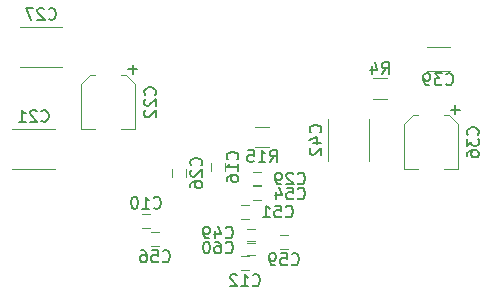
<source format=gbr>
G04 #@! TF.GenerationSoftware,KiCad,Pcbnew,5.0.2-bee76a0~70~ubuntu18.04.1*
G04 #@! TF.CreationDate,2019-01-26T17:59:04+01:00*
G04 #@! TF.ProjectId,adf5355,61646635-3335-4352-9e6b-696361645f70,rev?*
G04 #@! TF.SameCoordinates,Original*
G04 #@! TF.FileFunction,Legend,Bot*
G04 #@! TF.FilePolarity,Positive*
%FSLAX46Y46*%
G04 Gerber Fmt 4.6, Leading zero omitted, Abs format (unit mm)*
G04 Created by KiCad (PCBNEW 5.0.2-bee76a0~70~ubuntu18.04.1) date lör 26 jan 2019 17:59:04*
%MOMM*%
%LPD*%
G01*
G04 APERTURE LIST*
%ADD10C,0.120000*%
%ADD11C,0.150000*%
G04 APERTURE END LIST*
D10*
G04 #@! TO.C,C21*
X96683000Y-96726000D02*
X93083000Y-96726000D01*
X93083000Y-93266000D02*
X96683000Y-93266000D01*
G04 #@! TO.C,C27*
X97304000Y-88090000D02*
X93704000Y-88090000D01*
X93704000Y-84630000D02*
X97304000Y-84630000D01*
G04 #@! TO.C,C36*
X130794000Y-92907900D02*
X130034000Y-92137900D01*
X130794000Y-92907900D02*
X130794000Y-96717900D01*
X126224000Y-92907900D02*
X126984000Y-92137900D01*
X126224000Y-92907900D02*
X126224000Y-96717900D01*
X126984000Y-92137900D02*
X127394000Y-92137900D01*
X130034000Y-92137900D02*
X129624000Y-92137900D01*
X130794000Y-96717900D02*
X129624000Y-96717900D01*
X126224000Y-96717900D02*
X127394000Y-96717900D01*
G04 #@! TO.C,C39*
X128147700Y-86356000D02*
X130147700Y-86356000D01*
X130147700Y-88396000D02*
X128147700Y-88396000D01*
G04 #@! TO.C,C42*
X119809000Y-96034000D02*
X119809000Y-92434000D01*
X123269000Y-92434000D02*
X123269000Y-96034000D01*
G04 #@! TO.C,R4*
X123593300Y-90719800D02*
X124793300Y-90719800D01*
X124793300Y-88959800D02*
X123593300Y-88959800D01*
G04 #@! TO.C,C22*
X103489000Y-89517000D02*
X102729000Y-88747000D01*
X103489000Y-89517000D02*
X103489000Y-93327000D01*
X98919000Y-89517000D02*
X99679000Y-88747000D01*
X98919000Y-89517000D02*
X98919000Y-93327000D01*
X99679000Y-88747000D02*
X100089000Y-88747000D01*
X102729000Y-88747000D02*
X102319000Y-88747000D01*
X103489000Y-93327000D02*
X102319000Y-93327000D01*
X98919000Y-93327000D02*
X100089000Y-93327000D01*
G04 #@! TO.C,R15*
X113634000Y-94860000D02*
X114834000Y-94860000D01*
X114834000Y-93100000D02*
X113634000Y-93100000D01*
G04 #@! TO.C,C10*
X104044000Y-101692000D02*
X104744000Y-101692000D01*
X104744000Y-100492000D02*
X104044000Y-100492000D01*
G04 #@! TO.C,C12*
X113126000Y-104048000D02*
X112426000Y-104048000D01*
X112426000Y-105248000D02*
X113126000Y-105248000D01*
G04 #@! TO.C,C16*
X109890000Y-96170000D02*
X109890000Y-96870000D01*
X111090000Y-96870000D02*
X111090000Y-96170000D01*
G04 #@! TO.C,C49*
X113634000Y-101762000D02*
X112934000Y-101762000D01*
X112934000Y-102962000D02*
X113634000Y-102962000D01*
G04 #@! TO.C,C26*
X107788000Y-97378000D02*
X107788000Y-96678000D01*
X106588000Y-96678000D02*
X106588000Y-97378000D01*
G04 #@! TO.C,C29*
X113442000Y-98136000D02*
X114142000Y-98136000D01*
X114142000Y-96936000D02*
X113442000Y-96936000D01*
G04 #@! TO.C,C51*
X113126000Y-99730000D02*
X112426000Y-99730000D01*
X112426000Y-100930000D02*
X113126000Y-100930000D01*
G04 #@! TO.C,C54*
X113430000Y-99279000D02*
X114130000Y-99279000D01*
X114130000Y-98079000D02*
X113430000Y-98079000D01*
G04 #@! TO.C,C56*
X105506000Y-102016000D02*
X104806000Y-102016000D01*
X104806000Y-103216000D02*
X105506000Y-103216000D01*
G04 #@! TO.C,C59*
X115728000Y-103470000D02*
X116428000Y-103470000D01*
X116428000Y-102270000D02*
X115728000Y-102270000D01*
G04 #@! TO.C,C60*
X113634000Y-102778000D02*
X112934000Y-102778000D01*
X112934000Y-103978000D02*
X113634000Y-103978000D01*
G04 #@! TO.C,C21*
D11*
X95525857Y-92603142D02*
X95573476Y-92650761D01*
X95716333Y-92698380D01*
X95811571Y-92698380D01*
X95954428Y-92650761D01*
X96049666Y-92555523D01*
X96097285Y-92460285D01*
X96144904Y-92269809D01*
X96144904Y-92126952D01*
X96097285Y-91936476D01*
X96049666Y-91841238D01*
X95954428Y-91746000D01*
X95811571Y-91698380D01*
X95716333Y-91698380D01*
X95573476Y-91746000D01*
X95525857Y-91793619D01*
X95144904Y-91793619D02*
X95097285Y-91746000D01*
X95002047Y-91698380D01*
X94763952Y-91698380D01*
X94668714Y-91746000D01*
X94621095Y-91793619D01*
X94573476Y-91888857D01*
X94573476Y-91984095D01*
X94621095Y-92126952D01*
X95192523Y-92698380D01*
X94573476Y-92698380D01*
X93621095Y-92698380D02*
X94192523Y-92698380D01*
X93906809Y-92698380D02*
X93906809Y-91698380D01*
X94002047Y-91841238D01*
X94097285Y-91936476D01*
X94192523Y-91984095D01*
G04 #@! TO.C,C27*
X96146857Y-83967142D02*
X96194476Y-84014761D01*
X96337333Y-84062380D01*
X96432571Y-84062380D01*
X96575428Y-84014761D01*
X96670666Y-83919523D01*
X96718285Y-83824285D01*
X96765904Y-83633809D01*
X96765904Y-83490952D01*
X96718285Y-83300476D01*
X96670666Y-83205238D01*
X96575428Y-83110000D01*
X96432571Y-83062380D01*
X96337333Y-83062380D01*
X96194476Y-83110000D01*
X96146857Y-83157619D01*
X95765904Y-83157619D02*
X95718285Y-83110000D01*
X95623047Y-83062380D01*
X95384952Y-83062380D01*
X95289714Y-83110000D01*
X95242095Y-83157619D01*
X95194476Y-83252857D01*
X95194476Y-83348095D01*
X95242095Y-83490952D01*
X95813523Y-84062380D01*
X95194476Y-84062380D01*
X94861142Y-83062380D02*
X94194476Y-83062380D01*
X94623047Y-84062380D01*
G04 #@! TO.C,C36*
X132461142Y-93785042D02*
X132508761Y-93737423D01*
X132556380Y-93594566D01*
X132556380Y-93499328D01*
X132508761Y-93356471D01*
X132413523Y-93261233D01*
X132318285Y-93213614D01*
X132127809Y-93165995D01*
X131984952Y-93165995D01*
X131794476Y-93213614D01*
X131699238Y-93261233D01*
X131604000Y-93356471D01*
X131556380Y-93499328D01*
X131556380Y-93594566D01*
X131604000Y-93737423D01*
X131651619Y-93785042D01*
X131556380Y-94118376D02*
X131556380Y-94737423D01*
X131937333Y-94404090D01*
X131937333Y-94546947D01*
X131984952Y-94642185D01*
X132032571Y-94689804D01*
X132127809Y-94737423D01*
X132365904Y-94737423D01*
X132461142Y-94689804D01*
X132508761Y-94642185D01*
X132556380Y-94546947D01*
X132556380Y-94261233D01*
X132508761Y-94165995D01*
X132461142Y-94118376D01*
X131556380Y-95594566D02*
X131556380Y-95404090D01*
X131604000Y-95308852D01*
X131651619Y-95261233D01*
X131794476Y-95165995D01*
X131984952Y-95118376D01*
X132365904Y-95118376D01*
X132461142Y-95165995D01*
X132508761Y-95213614D01*
X132556380Y-95308852D01*
X132556380Y-95499328D01*
X132508761Y-95594566D01*
X132461142Y-95642185D01*
X132365904Y-95689804D01*
X132127809Y-95689804D01*
X132032571Y-95642185D01*
X131984952Y-95594566D01*
X131937333Y-95499328D01*
X131937333Y-95308852D01*
X131984952Y-95213614D01*
X132032571Y-95165995D01*
X132127809Y-95118376D01*
X130585428Y-91266947D02*
X130585428Y-92028852D01*
X130966380Y-91647900D02*
X130204476Y-91647900D01*
G04 #@! TO.C,C39*
X129790557Y-89483142D02*
X129838176Y-89530761D01*
X129981033Y-89578380D01*
X130076271Y-89578380D01*
X130219128Y-89530761D01*
X130314366Y-89435523D01*
X130361985Y-89340285D01*
X130409604Y-89149809D01*
X130409604Y-89006952D01*
X130361985Y-88816476D01*
X130314366Y-88721238D01*
X130219128Y-88626000D01*
X130076271Y-88578380D01*
X129981033Y-88578380D01*
X129838176Y-88626000D01*
X129790557Y-88673619D01*
X129457223Y-88578380D02*
X128838176Y-88578380D01*
X129171509Y-88959333D01*
X129028652Y-88959333D01*
X128933414Y-89006952D01*
X128885795Y-89054571D01*
X128838176Y-89149809D01*
X128838176Y-89387904D01*
X128885795Y-89483142D01*
X128933414Y-89530761D01*
X129028652Y-89578380D01*
X129314366Y-89578380D01*
X129409604Y-89530761D01*
X129457223Y-89483142D01*
X128361985Y-89578380D02*
X128171509Y-89578380D01*
X128076271Y-89530761D01*
X128028652Y-89483142D01*
X127933414Y-89340285D01*
X127885795Y-89149809D01*
X127885795Y-88768857D01*
X127933414Y-88673619D01*
X127981033Y-88626000D01*
X128076271Y-88578380D01*
X128266747Y-88578380D01*
X128361985Y-88626000D01*
X128409604Y-88673619D01*
X128457223Y-88768857D01*
X128457223Y-89006952D01*
X128409604Y-89102190D01*
X128361985Y-89149809D01*
X128266747Y-89197428D01*
X128076271Y-89197428D01*
X127981033Y-89149809D01*
X127933414Y-89102190D01*
X127885795Y-89006952D01*
G04 #@! TO.C,C42*
X119146142Y-93591142D02*
X119193761Y-93543523D01*
X119241380Y-93400666D01*
X119241380Y-93305428D01*
X119193761Y-93162571D01*
X119098523Y-93067333D01*
X119003285Y-93019714D01*
X118812809Y-92972095D01*
X118669952Y-92972095D01*
X118479476Y-93019714D01*
X118384238Y-93067333D01*
X118289000Y-93162571D01*
X118241380Y-93305428D01*
X118241380Y-93400666D01*
X118289000Y-93543523D01*
X118336619Y-93591142D01*
X118574714Y-94448285D02*
X119241380Y-94448285D01*
X118193761Y-94210190D02*
X118908047Y-93972095D01*
X118908047Y-94591142D01*
X118336619Y-94924476D02*
X118289000Y-94972095D01*
X118241380Y-95067333D01*
X118241380Y-95305428D01*
X118289000Y-95400666D01*
X118336619Y-95448285D01*
X118431857Y-95495904D01*
X118527095Y-95495904D01*
X118669952Y-95448285D01*
X119241380Y-94876857D01*
X119241380Y-95495904D01*
G04 #@! TO.C,R4*
X124359966Y-88642180D02*
X124693300Y-88165990D01*
X124931395Y-88642180D02*
X124931395Y-87642180D01*
X124550442Y-87642180D01*
X124455204Y-87689800D01*
X124407585Y-87737419D01*
X124359966Y-87832657D01*
X124359966Y-87975514D01*
X124407585Y-88070752D01*
X124455204Y-88118371D01*
X124550442Y-88165990D01*
X124931395Y-88165990D01*
X123502823Y-87975514D02*
X123502823Y-88642180D01*
X123740919Y-87594561D02*
X123979014Y-88308847D01*
X123359966Y-88308847D01*
G04 #@! TO.C,C22*
X105156142Y-90394142D02*
X105203761Y-90346523D01*
X105251380Y-90203666D01*
X105251380Y-90108428D01*
X105203761Y-89965571D01*
X105108523Y-89870333D01*
X105013285Y-89822714D01*
X104822809Y-89775095D01*
X104679952Y-89775095D01*
X104489476Y-89822714D01*
X104394238Y-89870333D01*
X104299000Y-89965571D01*
X104251380Y-90108428D01*
X104251380Y-90203666D01*
X104299000Y-90346523D01*
X104346619Y-90394142D01*
X104346619Y-90775095D02*
X104299000Y-90822714D01*
X104251380Y-90917952D01*
X104251380Y-91156047D01*
X104299000Y-91251285D01*
X104346619Y-91298904D01*
X104441857Y-91346523D01*
X104537095Y-91346523D01*
X104679952Y-91298904D01*
X105251380Y-90727476D01*
X105251380Y-91346523D01*
X104346619Y-91727476D02*
X104299000Y-91775095D01*
X104251380Y-91870333D01*
X104251380Y-92108428D01*
X104299000Y-92203666D01*
X104346619Y-92251285D01*
X104441857Y-92298904D01*
X104537095Y-92298904D01*
X104679952Y-92251285D01*
X105251380Y-91679857D01*
X105251380Y-92298904D01*
X103280428Y-87876047D02*
X103280428Y-88637952D01*
X103661380Y-88257000D02*
X102899476Y-88257000D01*
G04 #@! TO.C,R15*
X114876857Y-96082380D02*
X115210190Y-95606190D01*
X115448285Y-96082380D02*
X115448285Y-95082380D01*
X115067333Y-95082380D01*
X114972095Y-95130000D01*
X114924476Y-95177619D01*
X114876857Y-95272857D01*
X114876857Y-95415714D01*
X114924476Y-95510952D01*
X114972095Y-95558571D01*
X115067333Y-95606190D01*
X115448285Y-95606190D01*
X113924476Y-96082380D02*
X114495904Y-96082380D01*
X114210190Y-96082380D02*
X114210190Y-95082380D01*
X114305428Y-95225238D01*
X114400666Y-95320476D01*
X114495904Y-95368095D01*
X113019714Y-95082380D02*
X113495904Y-95082380D01*
X113543523Y-95558571D01*
X113495904Y-95510952D01*
X113400666Y-95463333D01*
X113162571Y-95463333D01*
X113067333Y-95510952D01*
X113019714Y-95558571D01*
X112972095Y-95653809D01*
X112972095Y-95891904D01*
X113019714Y-95987142D01*
X113067333Y-96034761D01*
X113162571Y-96082380D01*
X113400666Y-96082380D01*
X113495904Y-96034761D01*
X113543523Y-95987142D01*
G04 #@! TO.C,C10*
X105036857Y-99949142D02*
X105084476Y-99996761D01*
X105227333Y-100044380D01*
X105322571Y-100044380D01*
X105465428Y-99996761D01*
X105560666Y-99901523D01*
X105608285Y-99806285D01*
X105655904Y-99615809D01*
X105655904Y-99472952D01*
X105608285Y-99282476D01*
X105560666Y-99187238D01*
X105465428Y-99092000D01*
X105322571Y-99044380D01*
X105227333Y-99044380D01*
X105084476Y-99092000D01*
X105036857Y-99139619D01*
X104084476Y-100044380D02*
X104655904Y-100044380D01*
X104370190Y-100044380D02*
X104370190Y-99044380D01*
X104465428Y-99187238D01*
X104560666Y-99282476D01*
X104655904Y-99330095D01*
X103465428Y-99044380D02*
X103370190Y-99044380D01*
X103274952Y-99092000D01*
X103227333Y-99139619D01*
X103179714Y-99234857D01*
X103132095Y-99425333D01*
X103132095Y-99663428D01*
X103179714Y-99853904D01*
X103227333Y-99949142D01*
X103274952Y-99996761D01*
X103370190Y-100044380D01*
X103465428Y-100044380D01*
X103560666Y-99996761D01*
X103608285Y-99949142D01*
X103655904Y-99853904D01*
X103703523Y-99663428D01*
X103703523Y-99425333D01*
X103655904Y-99234857D01*
X103608285Y-99139619D01*
X103560666Y-99092000D01*
X103465428Y-99044380D01*
G04 #@! TO.C,C12*
X113418857Y-106505142D02*
X113466476Y-106552761D01*
X113609333Y-106600380D01*
X113704571Y-106600380D01*
X113847428Y-106552761D01*
X113942666Y-106457523D01*
X113990285Y-106362285D01*
X114037904Y-106171809D01*
X114037904Y-106028952D01*
X113990285Y-105838476D01*
X113942666Y-105743238D01*
X113847428Y-105648000D01*
X113704571Y-105600380D01*
X113609333Y-105600380D01*
X113466476Y-105648000D01*
X113418857Y-105695619D01*
X112466476Y-106600380D02*
X113037904Y-106600380D01*
X112752190Y-106600380D02*
X112752190Y-105600380D01*
X112847428Y-105743238D01*
X112942666Y-105838476D01*
X113037904Y-105886095D01*
X112085523Y-105695619D02*
X112037904Y-105648000D01*
X111942666Y-105600380D01*
X111704571Y-105600380D01*
X111609333Y-105648000D01*
X111561714Y-105695619D01*
X111514095Y-105790857D01*
X111514095Y-105886095D01*
X111561714Y-106028952D01*
X112133142Y-106600380D01*
X111514095Y-106600380D01*
G04 #@! TO.C,C16*
X112117142Y-95877142D02*
X112164761Y-95829523D01*
X112212380Y-95686666D01*
X112212380Y-95591428D01*
X112164761Y-95448571D01*
X112069523Y-95353333D01*
X111974285Y-95305714D01*
X111783809Y-95258095D01*
X111640952Y-95258095D01*
X111450476Y-95305714D01*
X111355238Y-95353333D01*
X111260000Y-95448571D01*
X111212380Y-95591428D01*
X111212380Y-95686666D01*
X111260000Y-95829523D01*
X111307619Y-95877142D01*
X112212380Y-96829523D02*
X112212380Y-96258095D01*
X112212380Y-96543809D02*
X111212380Y-96543809D01*
X111355238Y-96448571D01*
X111450476Y-96353333D01*
X111498095Y-96258095D01*
X111212380Y-97686666D02*
X111212380Y-97496190D01*
X111260000Y-97400952D01*
X111307619Y-97353333D01*
X111450476Y-97258095D01*
X111640952Y-97210476D01*
X112021904Y-97210476D01*
X112117142Y-97258095D01*
X112164761Y-97305714D01*
X112212380Y-97400952D01*
X112212380Y-97591428D01*
X112164761Y-97686666D01*
X112117142Y-97734285D01*
X112021904Y-97781904D01*
X111783809Y-97781904D01*
X111688571Y-97734285D01*
X111640952Y-97686666D01*
X111593333Y-97591428D01*
X111593333Y-97400952D01*
X111640952Y-97305714D01*
X111688571Y-97258095D01*
X111783809Y-97210476D01*
G04 #@! TO.C,C49*
X111132857Y-102465142D02*
X111180476Y-102512761D01*
X111323333Y-102560380D01*
X111418571Y-102560380D01*
X111561428Y-102512761D01*
X111656666Y-102417523D01*
X111704285Y-102322285D01*
X111751904Y-102131809D01*
X111751904Y-101988952D01*
X111704285Y-101798476D01*
X111656666Y-101703238D01*
X111561428Y-101608000D01*
X111418571Y-101560380D01*
X111323333Y-101560380D01*
X111180476Y-101608000D01*
X111132857Y-101655619D01*
X110275714Y-101893714D02*
X110275714Y-102560380D01*
X110513809Y-101512761D02*
X110751904Y-102227047D01*
X110132857Y-102227047D01*
X109704285Y-102560380D02*
X109513809Y-102560380D01*
X109418571Y-102512761D01*
X109370952Y-102465142D01*
X109275714Y-102322285D01*
X109228095Y-102131809D01*
X109228095Y-101750857D01*
X109275714Y-101655619D01*
X109323333Y-101608000D01*
X109418571Y-101560380D01*
X109609047Y-101560380D01*
X109704285Y-101608000D01*
X109751904Y-101655619D01*
X109799523Y-101750857D01*
X109799523Y-101988952D01*
X109751904Y-102084190D01*
X109704285Y-102131809D01*
X109609047Y-102179428D01*
X109418571Y-102179428D01*
X109323333Y-102131809D01*
X109275714Y-102084190D01*
X109228095Y-101988952D01*
G04 #@! TO.C,C26*
X109045142Y-96385142D02*
X109092761Y-96337523D01*
X109140380Y-96194666D01*
X109140380Y-96099428D01*
X109092761Y-95956571D01*
X108997523Y-95861333D01*
X108902285Y-95813714D01*
X108711809Y-95766095D01*
X108568952Y-95766095D01*
X108378476Y-95813714D01*
X108283238Y-95861333D01*
X108188000Y-95956571D01*
X108140380Y-96099428D01*
X108140380Y-96194666D01*
X108188000Y-96337523D01*
X108235619Y-96385142D01*
X108235619Y-96766095D02*
X108188000Y-96813714D01*
X108140380Y-96908952D01*
X108140380Y-97147047D01*
X108188000Y-97242285D01*
X108235619Y-97289904D01*
X108330857Y-97337523D01*
X108426095Y-97337523D01*
X108568952Y-97289904D01*
X109140380Y-96718476D01*
X109140380Y-97337523D01*
X108140380Y-98194666D02*
X108140380Y-98004190D01*
X108188000Y-97908952D01*
X108235619Y-97861333D01*
X108378476Y-97766095D01*
X108568952Y-97718476D01*
X108949904Y-97718476D01*
X109045142Y-97766095D01*
X109092761Y-97813714D01*
X109140380Y-97908952D01*
X109140380Y-98099428D01*
X109092761Y-98194666D01*
X109045142Y-98242285D01*
X108949904Y-98289904D01*
X108711809Y-98289904D01*
X108616571Y-98242285D01*
X108568952Y-98194666D01*
X108521333Y-98099428D01*
X108521333Y-97908952D01*
X108568952Y-97813714D01*
X108616571Y-97766095D01*
X108711809Y-97718476D01*
G04 #@! TO.C,C29*
X117228857Y-97893142D02*
X117276476Y-97940761D01*
X117419333Y-97988380D01*
X117514571Y-97988380D01*
X117657428Y-97940761D01*
X117752666Y-97845523D01*
X117800285Y-97750285D01*
X117847904Y-97559809D01*
X117847904Y-97416952D01*
X117800285Y-97226476D01*
X117752666Y-97131238D01*
X117657428Y-97036000D01*
X117514571Y-96988380D01*
X117419333Y-96988380D01*
X117276476Y-97036000D01*
X117228857Y-97083619D01*
X116847904Y-97083619D02*
X116800285Y-97036000D01*
X116705047Y-96988380D01*
X116466952Y-96988380D01*
X116371714Y-97036000D01*
X116324095Y-97083619D01*
X116276476Y-97178857D01*
X116276476Y-97274095D01*
X116324095Y-97416952D01*
X116895523Y-97988380D01*
X116276476Y-97988380D01*
X115800285Y-97988380D02*
X115609809Y-97988380D01*
X115514571Y-97940761D01*
X115466952Y-97893142D01*
X115371714Y-97750285D01*
X115324095Y-97559809D01*
X115324095Y-97178857D01*
X115371714Y-97083619D01*
X115419333Y-97036000D01*
X115514571Y-96988380D01*
X115705047Y-96988380D01*
X115800285Y-97036000D01*
X115847904Y-97083619D01*
X115895523Y-97178857D01*
X115895523Y-97416952D01*
X115847904Y-97512190D01*
X115800285Y-97559809D01*
X115705047Y-97607428D01*
X115514571Y-97607428D01*
X115419333Y-97559809D01*
X115371714Y-97512190D01*
X115324095Y-97416952D01*
G04 #@! TO.C,C51*
X116212857Y-100687142D02*
X116260476Y-100734761D01*
X116403333Y-100782380D01*
X116498571Y-100782380D01*
X116641428Y-100734761D01*
X116736666Y-100639523D01*
X116784285Y-100544285D01*
X116831904Y-100353809D01*
X116831904Y-100210952D01*
X116784285Y-100020476D01*
X116736666Y-99925238D01*
X116641428Y-99830000D01*
X116498571Y-99782380D01*
X116403333Y-99782380D01*
X116260476Y-99830000D01*
X116212857Y-99877619D01*
X115308095Y-99782380D02*
X115784285Y-99782380D01*
X115831904Y-100258571D01*
X115784285Y-100210952D01*
X115689047Y-100163333D01*
X115450952Y-100163333D01*
X115355714Y-100210952D01*
X115308095Y-100258571D01*
X115260476Y-100353809D01*
X115260476Y-100591904D01*
X115308095Y-100687142D01*
X115355714Y-100734761D01*
X115450952Y-100782380D01*
X115689047Y-100782380D01*
X115784285Y-100734761D01*
X115831904Y-100687142D01*
X114308095Y-100782380D02*
X114879523Y-100782380D01*
X114593809Y-100782380D02*
X114593809Y-99782380D01*
X114689047Y-99925238D01*
X114784285Y-100020476D01*
X114879523Y-100068095D01*
G04 #@! TO.C,C54*
X117228857Y-99163142D02*
X117276476Y-99210761D01*
X117419333Y-99258380D01*
X117514571Y-99258380D01*
X117657428Y-99210761D01*
X117752666Y-99115523D01*
X117800285Y-99020285D01*
X117847904Y-98829809D01*
X117847904Y-98686952D01*
X117800285Y-98496476D01*
X117752666Y-98401238D01*
X117657428Y-98306000D01*
X117514571Y-98258380D01*
X117419333Y-98258380D01*
X117276476Y-98306000D01*
X117228857Y-98353619D01*
X116324095Y-98258380D02*
X116800285Y-98258380D01*
X116847904Y-98734571D01*
X116800285Y-98686952D01*
X116705047Y-98639333D01*
X116466952Y-98639333D01*
X116371714Y-98686952D01*
X116324095Y-98734571D01*
X116276476Y-98829809D01*
X116276476Y-99067904D01*
X116324095Y-99163142D01*
X116371714Y-99210761D01*
X116466952Y-99258380D01*
X116705047Y-99258380D01*
X116800285Y-99210761D01*
X116847904Y-99163142D01*
X115419333Y-98591714D02*
X115419333Y-99258380D01*
X115657428Y-98210761D02*
X115895523Y-98925047D01*
X115276476Y-98925047D01*
G04 #@! TO.C,C56*
X105798857Y-104473142D02*
X105846476Y-104520761D01*
X105989333Y-104568380D01*
X106084571Y-104568380D01*
X106227428Y-104520761D01*
X106322666Y-104425523D01*
X106370285Y-104330285D01*
X106417904Y-104139809D01*
X106417904Y-103996952D01*
X106370285Y-103806476D01*
X106322666Y-103711238D01*
X106227428Y-103616000D01*
X106084571Y-103568380D01*
X105989333Y-103568380D01*
X105846476Y-103616000D01*
X105798857Y-103663619D01*
X104894095Y-103568380D02*
X105370285Y-103568380D01*
X105417904Y-104044571D01*
X105370285Y-103996952D01*
X105275047Y-103949333D01*
X105036952Y-103949333D01*
X104941714Y-103996952D01*
X104894095Y-104044571D01*
X104846476Y-104139809D01*
X104846476Y-104377904D01*
X104894095Y-104473142D01*
X104941714Y-104520761D01*
X105036952Y-104568380D01*
X105275047Y-104568380D01*
X105370285Y-104520761D01*
X105417904Y-104473142D01*
X103989333Y-103568380D02*
X104179809Y-103568380D01*
X104275047Y-103616000D01*
X104322666Y-103663619D01*
X104417904Y-103806476D01*
X104465523Y-103996952D01*
X104465523Y-104377904D01*
X104417904Y-104473142D01*
X104370285Y-104520761D01*
X104275047Y-104568380D01*
X104084571Y-104568380D01*
X103989333Y-104520761D01*
X103941714Y-104473142D01*
X103894095Y-104377904D01*
X103894095Y-104139809D01*
X103941714Y-104044571D01*
X103989333Y-103996952D01*
X104084571Y-103949333D01*
X104275047Y-103949333D01*
X104370285Y-103996952D01*
X104417904Y-104044571D01*
X104465523Y-104139809D01*
G04 #@! TO.C,C59*
X116720857Y-104727142D02*
X116768476Y-104774761D01*
X116911333Y-104822380D01*
X117006571Y-104822380D01*
X117149428Y-104774761D01*
X117244666Y-104679523D01*
X117292285Y-104584285D01*
X117339904Y-104393809D01*
X117339904Y-104250952D01*
X117292285Y-104060476D01*
X117244666Y-103965238D01*
X117149428Y-103870000D01*
X117006571Y-103822380D01*
X116911333Y-103822380D01*
X116768476Y-103870000D01*
X116720857Y-103917619D01*
X115816095Y-103822380D02*
X116292285Y-103822380D01*
X116339904Y-104298571D01*
X116292285Y-104250952D01*
X116197047Y-104203333D01*
X115958952Y-104203333D01*
X115863714Y-104250952D01*
X115816095Y-104298571D01*
X115768476Y-104393809D01*
X115768476Y-104631904D01*
X115816095Y-104727142D01*
X115863714Y-104774761D01*
X115958952Y-104822380D01*
X116197047Y-104822380D01*
X116292285Y-104774761D01*
X116339904Y-104727142D01*
X115292285Y-104822380D02*
X115101809Y-104822380D01*
X115006571Y-104774761D01*
X114958952Y-104727142D01*
X114863714Y-104584285D01*
X114816095Y-104393809D01*
X114816095Y-104012857D01*
X114863714Y-103917619D01*
X114911333Y-103870000D01*
X115006571Y-103822380D01*
X115197047Y-103822380D01*
X115292285Y-103870000D01*
X115339904Y-103917619D01*
X115387523Y-104012857D01*
X115387523Y-104250952D01*
X115339904Y-104346190D01*
X115292285Y-104393809D01*
X115197047Y-104441428D01*
X115006571Y-104441428D01*
X114911333Y-104393809D01*
X114863714Y-104346190D01*
X114816095Y-104250952D01*
G04 #@! TO.C,C60*
X111132857Y-103735142D02*
X111180476Y-103782761D01*
X111323333Y-103830380D01*
X111418571Y-103830380D01*
X111561428Y-103782761D01*
X111656666Y-103687523D01*
X111704285Y-103592285D01*
X111751904Y-103401809D01*
X111751904Y-103258952D01*
X111704285Y-103068476D01*
X111656666Y-102973238D01*
X111561428Y-102878000D01*
X111418571Y-102830380D01*
X111323333Y-102830380D01*
X111180476Y-102878000D01*
X111132857Y-102925619D01*
X110275714Y-102830380D02*
X110466190Y-102830380D01*
X110561428Y-102878000D01*
X110609047Y-102925619D01*
X110704285Y-103068476D01*
X110751904Y-103258952D01*
X110751904Y-103639904D01*
X110704285Y-103735142D01*
X110656666Y-103782761D01*
X110561428Y-103830380D01*
X110370952Y-103830380D01*
X110275714Y-103782761D01*
X110228095Y-103735142D01*
X110180476Y-103639904D01*
X110180476Y-103401809D01*
X110228095Y-103306571D01*
X110275714Y-103258952D01*
X110370952Y-103211333D01*
X110561428Y-103211333D01*
X110656666Y-103258952D01*
X110704285Y-103306571D01*
X110751904Y-103401809D01*
X109561428Y-102830380D02*
X109466190Y-102830380D01*
X109370952Y-102878000D01*
X109323333Y-102925619D01*
X109275714Y-103020857D01*
X109228095Y-103211333D01*
X109228095Y-103449428D01*
X109275714Y-103639904D01*
X109323333Y-103735142D01*
X109370952Y-103782761D01*
X109466190Y-103830380D01*
X109561428Y-103830380D01*
X109656666Y-103782761D01*
X109704285Y-103735142D01*
X109751904Y-103639904D01*
X109799523Y-103449428D01*
X109799523Y-103211333D01*
X109751904Y-103020857D01*
X109704285Y-102925619D01*
X109656666Y-102878000D01*
X109561428Y-102830380D01*
G04 #@! TD*
M02*

</source>
